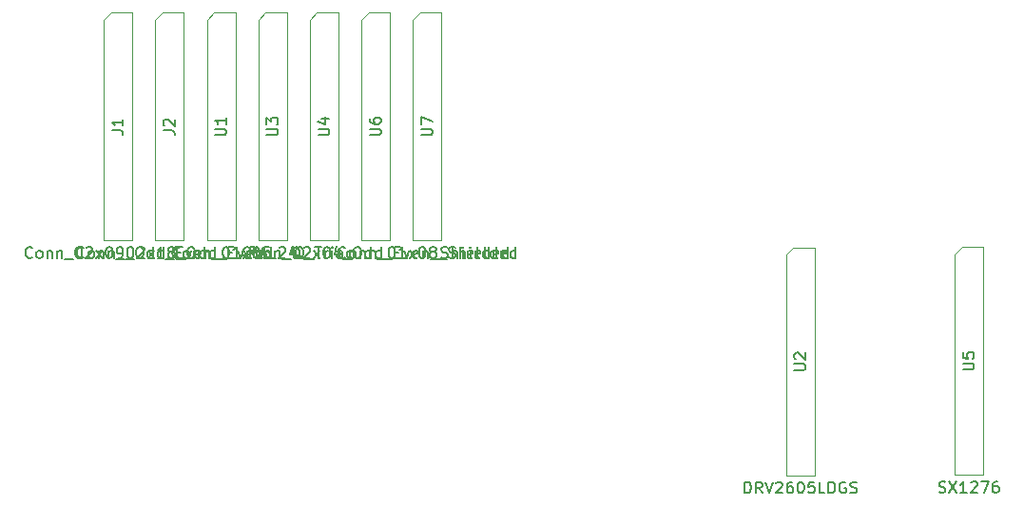
<source format=gbr>
%TF.GenerationSoftware,KiCad,Pcbnew,9.0.6*%
%TF.CreationDate,2025-12-05T22:13:44+01:00*%
%TF.ProjectId,Vikingboard,56696b69-6e67-4626-9f61-72642e6b6963,rev?*%
%TF.SameCoordinates,Original*%
%TF.FileFunction,AssemblyDrawing,Top*%
%FSLAX46Y46*%
G04 Gerber Fmt 4.6, Leading zero omitted, Abs format (unit mm)*
G04 Created by KiCad (PCBNEW 9.0.6) date 2025-12-05 22:13:44*
%MOMM*%
%LPD*%
G01*
G04 APERTURE LIST*
%ADD10C,0.150000*%
%ADD11C,0.100000*%
G04 APERTURE END LIST*
D10*
X106023809Y-111414819D02*
X106023809Y-110414819D01*
X106023809Y-110414819D02*
X106261904Y-110414819D01*
X106261904Y-110414819D02*
X106404761Y-110462438D01*
X106404761Y-110462438D02*
X106499999Y-110557676D01*
X106499999Y-110557676D02*
X106547618Y-110652914D01*
X106547618Y-110652914D02*
X106595237Y-110843390D01*
X106595237Y-110843390D02*
X106595237Y-110986247D01*
X106595237Y-110986247D02*
X106547618Y-111176723D01*
X106547618Y-111176723D02*
X106499999Y-111271961D01*
X106499999Y-111271961D02*
X106404761Y-111367200D01*
X106404761Y-111367200D02*
X106261904Y-111414819D01*
X106261904Y-111414819D02*
X106023809Y-111414819D01*
X107595237Y-111414819D02*
X107261904Y-110938628D01*
X107023809Y-111414819D02*
X107023809Y-110414819D01*
X107023809Y-110414819D02*
X107404761Y-110414819D01*
X107404761Y-110414819D02*
X107499999Y-110462438D01*
X107499999Y-110462438D02*
X107547618Y-110510057D01*
X107547618Y-110510057D02*
X107595237Y-110605295D01*
X107595237Y-110605295D02*
X107595237Y-110748152D01*
X107595237Y-110748152D02*
X107547618Y-110843390D01*
X107547618Y-110843390D02*
X107499999Y-110891009D01*
X107499999Y-110891009D02*
X107404761Y-110938628D01*
X107404761Y-110938628D02*
X107023809Y-110938628D01*
X107880952Y-110414819D02*
X108214285Y-111414819D01*
X108214285Y-111414819D02*
X108547618Y-110414819D01*
X108833333Y-110510057D02*
X108880952Y-110462438D01*
X108880952Y-110462438D02*
X108976190Y-110414819D01*
X108976190Y-110414819D02*
X109214285Y-110414819D01*
X109214285Y-110414819D02*
X109309523Y-110462438D01*
X109309523Y-110462438D02*
X109357142Y-110510057D01*
X109357142Y-110510057D02*
X109404761Y-110605295D01*
X109404761Y-110605295D02*
X109404761Y-110700533D01*
X109404761Y-110700533D02*
X109357142Y-110843390D01*
X109357142Y-110843390D02*
X108785714Y-111414819D01*
X108785714Y-111414819D02*
X109404761Y-111414819D01*
X110261904Y-110414819D02*
X110071428Y-110414819D01*
X110071428Y-110414819D02*
X109976190Y-110462438D01*
X109976190Y-110462438D02*
X109928571Y-110510057D01*
X109928571Y-110510057D02*
X109833333Y-110652914D01*
X109833333Y-110652914D02*
X109785714Y-110843390D01*
X109785714Y-110843390D02*
X109785714Y-111224342D01*
X109785714Y-111224342D02*
X109833333Y-111319580D01*
X109833333Y-111319580D02*
X109880952Y-111367200D01*
X109880952Y-111367200D02*
X109976190Y-111414819D01*
X109976190Y-111414819D02*
X110166666Y-111414819D01*
X110166666Y-111414819D02*
X110261904Y-111367200D01*
X110261904Y-111367200D02*
X110309523Y-111319580D01*
X110309523Y-111319580D02*
X110357142Y-111224342D01*
X110357142Y-111224342D02*
X110357142Y-110986247D01*
X110357142Y-110986247D02*
X110309523Y-110891009D01*
X110309523Y-110891009D02*
X110261904Y-110843390D01*
X110261904Y-110843390D02*
X110166666Y-110795771D01*
X110166666Y-110795771D02*
X109976190Y-110795771D01*
X109976190Y-110795771D02*
X109880952Y-110843390D01*
X109880952Y-110843390D02*
X109833333Y-110891009D01*
X109833333Y-110891009D02*
X109785714Y-110986247D01*
X110976190Y-110414819D02*
X111071428Y-110414819D01*
X111071428Y-110414819D02*
X111166666Y-110462438D01*
X111166666Y-110462438D02*
X111214285Y-110510057D01*
X111214285Y-110510057D02*
X111261904Y-110605295D01*
X111261904Y-110605295D02*
X111309523Y-110795771D01*
X111309523Y-110795771D02*
X111309523Y-111033866D01*
X111309523Y-111033866D02*
X111261904Y-111224342D01*
X111261904Y-111224342D02*
X111214285Y-111319580D01*
X111214285Y-111319580D02*
X111166666Y-111367200D01*
X111166666Y-111367200D02*
X111071428Y-111414819D01*
X111071428Y-111414819D02*
X110976190Y-111414819D01*
X110976190Y-111414819D02*
X110880952Y-111367200D01*
X110880952Y-111367200D02*
X110833333Y-111319580D01*
X110833333Y-111319580D02*
X110785714Y-111224342D01*
X110785714Y-111224342D02*
X110738095Y-111033866D01*
X110738095Y-111033866D02*
X110738095Y-110795771D01*
X110738095Y-110795771D02*
X110785714Y-110605295D01*
X110785714Y-110605295D02*
X110833333Y-110510057D01*
X110833333Y-110510057D02*
X110880952Y-110462438D01*
X110880952Y-110462438D02*
X110976190Y-110414819D01*
X112214285Y-110414819D02*
X111738095Y-110414819D01*
X111738095Y-110414819D02*
X111690476Y-110891009D01*
X111690476Y-110891009D02*
X111738095Y-110843390D01*
X111738095Y-110843390D02*
X111833333Y-110795771D01*
X111833333Y-110795771D02*
X112071428Y-110795771D01*
X112071428Y-110795771D02*
X112166666Y-110843390D01*
X112166666Y-110843390D02*
X112214285Y-110891009D01*
X112214285Y-110891009D02*
X112261904Y-110986247D01*
X112261904Y-110986247D02*
X112261904Y-111224342D01*
X112261904Y-111224342D02*
X112214285Y-111319580D01*
X112214285Y-111319580D02*
X112166666Y-111367200D01*
X112166666Y-111367200D02*
X112071428Y-111414819D01*
X112071428Y-111414819D02*
X111833333Y-111414819D01*
X111833333Y-111414819D02*
X111738095Y-111367200D01*
X111738095Y-111367200D02*
X111690476Y-111319580D01*
X113166666Y-111414819D02*
X112690476Y-111414819D01*
X112690476Y-111414819D02*
X112690476Y-110414819D01*
X113500000Y-111414819D02*
X113500000Y-110414819D01*
X113500000Y-110414819D02*
X113738095Y-110414819D01*
X113738095Y-110414819D02*
X113880952Y-110462438D01*
X113880952Y-110462438D02*
X113976190Y-110557676D01*
X113976190Y-110557676D02*
X114023809Y-110652914D01*
X114023809Y-110652914D02*
X114071428Y-110843390D01*
X114071428Y-110843390D02*
X114071428Y-110986247D01*
X114071428Y-110986247D02*
X114023809Y-111176723D01*
X114023809Y-111176723D02*
X113976190Y-111271961D01*
X113976190Y-111271961D02*
X113880952Y-111367200D01*
X113880952Y-111367200D02*
X113738095Y-111414819D01*
X113738095Y-111414819D02*
X113500000Y-111414819D01*
X115023809Y-110462438D02*
X114928571Y-110414819D01*
X114928571Y-110414819D02*
X114785714Y-110414819D01*
X114785714Y-110414819D02*
X114642857Y-110462438D01*
X114642857Y-110462438D02*
X114547619Y-110557676D01*
X114547619Y-110557676D02*
X114500000Y-110652914D01*
X114500000Y-110652914D02*
X114452381Y-110843390D01*
X114452381Y-110843390D02*
X114452381Y-110986247D01*
X114452381Y-110986247D02*
X114500000Y-111176723D01*
X114500000Y-111176723D02*
X114547619Y-111271961D01*
X114547619Y-111271961D02*
X114642857Y-111367200D01*
X114642857Y-111367200D02*
X114785714Y-111414819D01*
X114785714Y-111414819D02*
X114880952Y-111414819D01*
X114880952Y-111414819D02*
X115023809Y-111367200D01*
X115023809Y-111367200D02*
X115071428Y-111319580D01*
X115071428Y-111319580D02*
X115071428Y-110986247D01*
X115071428Y-110986247D02*
X114880952Y-110986247D01*
X115452381Y-111367200D02*
X115595238Y-111414819D01*
X115595238Y-111414819D02*
X115833333Y-111414819D01*
X115833333Y-111414819D02*
X115928571Y-111367200D01*
X115928571Y-111367200D02*
X115976190Y-111319580D01*
X115976190Y-111319580D02*
X116023809Y-111224342D01*
X116023809Y-111224342D02*
X116023809Y-111129104D01*
X116023809Y-111129104D02*
X115976190Y-111033866D01*
X115976190Y-111033866D02*
X115928571Y-110986247D01*
X115928571Y-110986247D02*
X115833333Y-110938628D01*
X115833333Y-110938628D02*
X115642857Y-110891009D01*
X115642857Y-110891009D02*
X115547619Y-110843390D01*
X115547619Y-110843390D02*
X115500000Y-110795771D01*
X115500000Y-110795771D02*
X115452381Y-110700533D01*
X115452381Y-110700533D02*
X115452381Y-110605295D01*
X115452381Y-110605295D02*
X115500000Y-110510057D01*
X115500000Y-110510057D02*
X115547619Y-110462438D01*
X115547619Y-110462438D02*
X115642857Y-110414819D01*
X115642857Y-110414819D02*
X115880952Y-110414819D01*
X115880952Y-110414819D02*
X116023809Y-110462438D01*
X110454819Y-100451904D02*
X111264342Y-100451904D01*
X111264342Y-100451904D02*
X111359580Y-100404285D01*
X111359580Y-100404285D02*
X111407200Y-100356666D01*
X111407200Y-100356666D02*
X111454819Y-100261428D01*
X111454819Y-100261428D02*
X111454819Y-100070952D01*
X111454819Y-100070952D02*
X111407200Y-99975714D01*
X111407200Y-99975714D02*
X111359580Y-99928095D01*
X111359580Y-99928095D02*
X111264342Y-99880476D01*
X111264342Y-99880476D02*
X110454819Y-99880476D01*
X110550057Y-99451904D02*
X110502438Y-99404285D01*
X110502438Y-99404285D02*
X110454819Y-99309047D01*
X110454819Y-99309047D02*
X110454819Y-99070952D01*
X110454819Y-99070952D02*
X110502438Y-98975714D01*
X110502438Y-98975714D02*
X110550057Y-98928095D01*
X110550057Y-98928095D02*
X110645295Y-98880476D01*
X110645295Y-98880476D02*
X110740533Y-98880476D01*
X110740533Y-98880476D02*
X110883390Y-98928095D01*
X110883390Y-98928095D02*
X111454819Y-99499523D01*
X111454819Y-99499523D02*
X111454819Y-98880476D01*
X55671904Y-90359580D02*
X55624285Y-90407200D01*
X55624285Y-90407200D02*
X55481428Y-90454819D01*
X55481428Y-90454819D02*
X55386190Y-90454819D01*
X55386190Y-90454819D02*
X55243333Y-90407200D01*
X55243333Y-90407200D02*
X55148095Y-90311961D01*
X55148095Y-90311961D02*
X55100476Y-90216723D01*
X55100476Y-90216723D02*
X55052857Y-90026247D01*
X55052857Y-90026247D02*
X55052857Y-89883390D01*
X55052857Y-89883390D02*
X55100476Y-89692914D01*
X55100476Y-89692914D02*
X55148095Y-89597676D01*
X55148095Y-89597676D02*
X55243333Y-89502438D01*
X55243333Y-89502438D02*
X55386190Y-89454819D01*
X55386190Y-89454819D02*
X55481428Y-89454819D01*
X55481428Y-89454819D02*
X55624285Y-89502438D01*
X55624285Y-89502438D02*
X55671904Y-89550057D01*
X56243333Y-90454819D02*
X56148095Y-90407200D01*
X56148095Y-90407200D02*
X56100476Y-90359580D01*
X56100476Y-90359580D02*
X56052857Y-90264342D01*
X56052857Y-90264342D02*
X56052857Y-89978628D01*
X56052857Y-89978628D02*
X56100476Y-89883390D01*
X56100476Y-89883390D02*
X56148095Y-89835771D01*
X56148095Y-89835771D02*
X56243333Y-89788152D01*
X56243333Y-89788152D02*
X56386190Y-89788152D01*
X56386190Y-89788152D02*
X56481428Y-89835771D01*
X56481428Y-89835771D02*
X56529047Y-89883390D01*
X56529047Y-89883390D02*
X56576666Y-89978628D01*
X56576666Y-89978628D02*
X56576666Y-90264342D01*
X56576666Y-90264342D02*
X56529047Y-90359580D01*
X56529047Y-90359580D02*
X56481428Y-90407200D01*
X56481428Y-90407200D02*
X56386190Y-90454819D01*
X56386190Y-90454819D02*
X56243333Y-90454819D01*
X57005238Y-89788152D02*
X57005238Y-90454819D01*
X57005238Y-89883390D02*
X57052857Y-89835771D01*
X57052857Y-89835771D02*
X57148095Y-89788152D01*
X57148095Y-89788152D02*
X57290952Y-89788152D01*
X57290952Y-89788152D02*
X57386190Y-89835771D01*
X57386190Y-89835771D02*
X57433809Y-89931009D01*
X57433809Y-89931009D02*
X57433809Y-90454819D01*
X57910000Y-89788152D02*
X57910000Y-90454819D01*
X57910000Y-89883390D02*
X57957619Y-89835771D01*
X57957619Y-89835771D02*
X58052857Y-89788152D01*
X58052857Y-89788152D02*
X58195714Y-89788152D01*
X58195714Y-89788152D02*
X58290952Y-89835771D01*
X58290952Y-89835771D02*
X58338571Y-89931009D01*
X58338571Y-89931009D02*
X58338571Y-90454819D01*
X58576667Y-90550057D02*
X59338571Y-90550057D01*
X59767143Y-89454819D02*
X59862381Y-89454819D01*
X59862381Y-89454819D02*
X59957619Y-89502438D01*
X59957619Y-89502438D02*
X60005238Y-89550057D01*
X60005238Y-89550057D02*
X60052857Y-89645295D01*
X60052857Y-89645295D02*
X60100476Y-89835771D01*
X60100476Y-89835771D02*
X60100476Y-90073866D01*
X60100476Y-90073866D02*
X60052857Y-90264342D01*
X60052857Y-90264342D02*
X60005238Y-90359580D01*
X60005238Y-90359580D02*
X59957619Y-90407200D01*
X59957619Y-90407200D02*
X59862381Y-90454819D01*
X59862381Y-90454819D02*
X59767143Y-90454819D01*
X59767143Y-90454819D02*
X59671905Y-90407200D01*
X59671905Y-90407200D02*
X59624286Y-90359580D01*
X59624286Y-90359580D02*
X59576667Y-90264342D01*
X59576667Y-90264342D02*
X59529048Y-90073866D01*
X59529048Y-90073866D02*
X59529048Y-89835771D01*
X59529048Y-89835771D02*
X59576667Y-89645295D01*
X59576667Y-89645295D02*
X59624286Y-89550057D01*
X59624286Y-89550057D02*
X59671905Y-89502438D01*
X59671905Y-89502438D02*
X59767143Y-89454819D01*
X61052857Y-90454819D02*
X60481429Y-90454819D01*
X60767143Y-90454819D02*
X60767143Y-89454819D01*
X60767143Y-89454819D02*
X60671905Y-89597676D01*
X60671905Y-89597676D02*
X60576667Y-89692914D01*
X60576667Y-89692914D02*
X60481429Y-89740533D01*
X61386191Y-90454819D02*
X61910000Y-89788152D01*
X61386191Y-89788152D02*
X61910000Y-90454819D01*
X62481429Y-89454819D02*
X62576667Y-89454819D01*
X62576667Y-89454819D02*
X62671905Y-89502438D01*
X62671905Y-89502438D02*
X62719524Y-89550057D01*
X62719524Y-89550057D02*
X62767143Y-89645295D01*
X62767143Y-89645295D02*
X62814762Y-89835771D01*
X62814762Y-89835771D02*
X62814762Y-90073866D01*
X62814762Y-90073866D02*
X62767143Y-90264342D01*
X62767143Y-90264342D02*
X62719524Y-90359580D01*
X62719524Y-90359580D02*
X62671905Y-90407200D01*
X62671905Y-90407200D02*
X62576667Y-90454819D01*
X62576667Y-90454819D02*
X62481429Y-90454819D01*
X62481429Y-90454819D02*
X62386191Y-90407200D01*
X62386191Y-90407200D02*
X62338572Y-90359580D01*
X62338572Y-90359580D02*
X62290953Y-90264342D01*
X62290953Y-90264342D02*
X62243334Y-90073866D01*
X62243334Y-90073866D02*
X62243334Y-89835771D01*
X62243334Y-89835771D02*
X62290953Y-89645295D01*
X62290953Y-89645295D02*
X62338572Y-89550057D01*
X62338572Y-89550057D02*
X62386191Y-89502438D01*
X62386191Y-89502438D02*
X62481429Y-89454819D01*
X63719524Y-89454819D02*
X63243334Y-89454819D01*
X63243334Y-89454819D02*
X63195715Y-89931009D01*
X63195715Y-89931009D02*
X63243334Y-89883390D01*
X63243334Y-89883390D02*
X63338572Y-89835771D01*
X63338572Y-89835771D02*
X63576667Y-89835771D01*
X63576667Y-89835771D02*
X63671905Y-89883390D01*
X63671905Y-89883390D02*
X63719524Y-89931009D01*
X63719524Y-89931009D02*
X63767143Y-90026247D01*
X63767143Y-90026247D02*
X63767143Y-90264342D01*
X63767143Y-90264342D02*
X63719524Y-90359580D01*
X63719524Y-90359580D02*
X63671905Y-90407200D01*
X63671905Y-90407200D02*
X63576667Y-90454819D01*
X63576667Y-90454819D02*
X63338572Y-90454819D01*
X63338572Y-90454819D02*
X63243334Y-90407200D01*
X63243334Y-90407200D02*
X63195715Y-90359580D01*
X58864819Y-79491904D02*
X59674342Y-79491904D01*
X59674342Y-79491904D02*
X59769580Y-79444285D01*
X59769580Y-79444285D02*
X59817200Y-79396666D01*
X59817200Y-79396666D02*
X59864819Y-79301428D01*
X59864819Y-79301428D02*
X59864819Y-79110952D01*
X59864819Y-79110952D02*
X59817200Y-79015714D01*
X59817200Y-79015714D02*
X59769580Y-78968095D01*
X59769580Y-78968095D02*
X59674342Y-78920476D01*
X59674342Y-78920476D02*
X58864819Y-78920476D01*
X59864819Y-77920476D02*
X59864819Y-78491904D01*
X59864819Y-78206190D02*
X58864819Y-78206190D01*
X58864819Y-78206190D02*
X59007676Y-78301428D01*
X59007676Y-78301428D02*
X59102914Y-78396666D01*
X59102914Y-78396666D02*
X59150533Y-78491904D01*
X70460475Y-90359580D02*
X70412856Y-90407200D01*
X70412856Y-90407200D02*
X70269999Y-90454819D01*
X70269999Y-90454819D02*
X70174761Y-90454819D01*
X70174761Y-90454819D02*
X70031904Y-90407200D01*
X70031904Y-90407200D02*
X69936666Y-90311961D01*
X69936666Y-90311961D02*
X69889047Y-90216723D01*
X69889047Y-90216723D02*
X69841428Y-90026247D01*
X69841428Y-90026247D02*
X69841428Y-89883390D01*
X69841428Y-89883390D02*
X69889047Y-89692914D01*
X69889047Y-89692914D02*
X69936666Y-89597676D01*
X69936666Y-89597676D02*
X70031904Y-89502438D01*
X70031904Y-89502438D02*
X70174761Y-89454819D01*
X70174761Y-89454819D02*
X70269999Y-89454819D01*
X70269999Y-89454819D02*
X70412856Y-89502438D01*
X70412856Y-89502438D02*
X70460475Y-89550057D01*
X71031904Y-90454819D02*
X70936666Y-90407200D01*
X70936666Y-90407200D02*
X70889047Y-90359580D01*
X70889047Y-90359580D02*
X70841428Y-90264342D01*
X70841428Y-90264342D02*
X70841428Y-89978628D01*
X70841428Y-89978628D02*
X70889047Y-89883390D01*
X70889047Y-89883390D02*
X70936666Y-89835771D01*
X70936666Y-89835771D02*
X71031904Y-89788152D01*
X71031904Y-89788152D02*
X71174761Y-89788152D01*
X71174761Y-89788152D02*
X71269999Y-89835771D01*
X71269999Y-89835771D02*
X71317618Y-89883390D01*
X71317618Y-89883390D02*
X71365237Y-89978628D01*
X71365237Y-89978628D02*
X71365237Y-90264342D01*
X71365237Y-90264342D02*
X71317618Y-90359580D01*
X71317618Y-90359580D02*
X71269999Y-90407200D01*
X71269999Y-90407200D02*
X71174761Y-90454819D01*
X71174761Y-90454819D02*
X71031904Y-90454819D01*
X71793809Y-89788152D02*
X71793809Y-90454819D01*
X71793809Y-89883390D02*
X71841428Y-89835771D01*
X71841428Y-89835771D02*
X71936666Y-89788152D01*
X71936666Y-89788152D02*
X72079523Y-89788152D01*
X72079523Y-89788152D02*
X72174761Y-89835771D01*
X72174761Y-89835771D02*
X72222380Y-89931009D01*
X72222380Y-89931009D02*
X72222380Y-90454819D01*
X72698571Y-89788152D02*
X72698571Y-90454819D01*
X72698571Y-89883390D02*
X72746190Y-89835771D01*
X72746190Y-89835771D02*
X72841428Y-89788152D01*
X72841428Y-89788152D02*
X72984285Y-89788152D01*
X72984285Y-89788152D02*
X73079523Y-89835771D01*
X73079523Y-89835771D02*
X73127142Y-89931009D01*
X73127142Y-89931009D02*
X73127142Y-90454819D01*
X73365238Y-90550057D02*
X74127142Y-90550057D01*
X74555714Y-89454819D02*
X74650952Y-89454819D01*
X74650952Y-89454819D02*
X74746190Y-89502438D01*
X74746190Y-89502438D02*
X74793809Y-89550057D01*
X74793809Y-89550057D02*
X74841428Y-89645295D01*
X74841428Y-89645295D02*
X74889047Y-89835771D01*
X74889047Y-89835771D02*
X74889047Y-90073866D01*
X74889047Y-90073866D02*
X74841428Y-90264342D01*
X74841428Y-90264342D02*
X74793809Y-90359580D01*
X74793809Y-90359580D02*
X74746190Y-90407200D01*
X74746190Y-90407200D02*
X74650952Y-90454819D01*
X74650952Y-90454819D02*
X74555714Y-90454819D01*
X74555714Y-90454819D02*
X74460476Y-90407200D01*
X74460476Y-90407200D02*
X74412857Y-90359580D01*
X74412857Y-90359580D02*
X74365238Y-90264342D01*
X74365238Y-90264342D02*
X74317619Y-90073866D01*
X74317619Y-90073866D02*
X74317619Y-89835771D01*
X74317619Y-89835771D02*
X74365238Y-89645295D01*
X74365238Y-89645295D02*
X74412857Y-89550057D01*
X74412857Y-89550057D02*
X74460476Y-89502438D01*
X74460476Y-89502438D02*
X74555714Y-89454819D01*
X75841428Y-90454819D02*
X75270000Y-90454819D01*
X75555714Y-90454819D02*
X75555714Y-89454819D01*
X75555714Y-89454819D02*
X75460476Y-89597676D01*
X75460476Y-89597676D02*
X75365238Y-89692914D01*
X75365238Y-89692914D02*
X75270000Y-89740533D01*
X76174762Y-90454819D02*
X76698571Y-89788152D01*
X76174762Y-89788152D02*
X76698571Y-90454819D01*
X77270000Y-89454819D02*
X77365238Y-89454819D01*
X77365238Y-89454819D02*
X77460476Y-89502438D01*
X77460476Y-89502438D02*
X77508095Y-89550057D01*
X77508095Y-89550057D02*
X77555714Y-89645295D01*
X77555714Y-89645295D02*
X77603333Y-89835771D01*
X77603333Y-89835771D02*
X77603333Y-90073866D01*
X77603333Y-90073866D02*
X77555714Y-90264342D01*
X77555714Y-90264342D02*
X77508095Y-90359580D01*
X77508095Y-90359580D02*
X77460476Y-90407200D01*
X77460476Y-90407200D02*
X77365238Y-90454819D01*
X77365238Y-90454819D02*
X77270000Y-90454819D01*
X77270000Y-90454819D02*
X77174762Y-90407200D01*
X77174762Y-90407200D02*
X77127143Y-90359580D01*
X77127143Y-90359580D02*
X77079524Y-90264342D01*
X77079524Y-90264342D02*
X77031905Y-90073866D01*
X77031905Y-90073866D02*
X77031905Y-89835771D01*
X77031905Y-89835771D02*
X77079524Y-89645295D01*
X77079524Y-89645295D02*
X77127143Y-89550057D01*
X77127143Y-89550057D02*
X77174762Y-89502438D01*
X77174762Y-89502438D02*
X77270000Y-89454819D01*
X78174762Y-89883390D02*
X78079524Y-89835771D01*
X78079524Y-89835771D02*
X78031905Y-89788152D01*
X78031905Y-89788152D02*
X77984286Y-89692914D01*
X77984286Y-89692914D02*
X77984286Y-89645295D01*
X77984286Y-89645295D02*
X78031905Y-89550057D01*
X78031905Y-89550057D02*
X78079524Y-89502438D01*
X78079524Y-89502438D02*
X78174762Y-89454819D01*
X78174762Y-89454819D02*
X78365238Y-89454819D01*
X78365238Y-89454819D02*
X78460476Y-89502438D01*
X78460476Y-89502438D02*
X78508095Y-89550057D01*
X78508095Y-89550057D02*
X78555714Y-89645295D01*
X78555714Y-89645295D02*
X78555714Y-89692914D01*
X78555714Y-89692914D02*
X78508095Y-89788152D01*
X78508095Y-89788152D02*
X78460476Y-89835771D01*
X78460476Y-89835771D02*
X78365238Y-89883390D01*
X78365238Y-89883390D02*
X78174762Y-89883390D01*
X78174762Y-89883390D02*
X78079524Y-89931009D01*
X78079524Y-89931009D02*
X78031905Y-89978628D01*
X78031905Y-89978628D02*
X77984286Y-90073866D01*
X77984286Y-90073866D02*
X77984286Y-90264342D01*
X77984286Y-90264342D02*
X78031905Y-90359580D01*
X78031905Y-90359580D02*
X78079524Y-90407200D01*
X78079524Y-90407200D02*
X78174762Y-90454819D01*
X78174762Y-90454819D02*
X78365238Y-90454819D01*
X78365238Y-90454819D02*
X78460476Y-90407200D01*
X78460476Y-90407200D02*
X78508095Y-90359580D01*
X78508095Y-90359580D02*
X78555714Y-90264342D01*
X78555714Y-90264342D02*
X78555714Y-90073866D01*
X78555714Y-90073866D02*
X78508095Y-89978628D01*
X78508095Y-89978628D02*
X78460476Y-89931009D01*
X78460476Y-89931009D02*
X78365238Y-89883390D01*
X78746191Y-90550057D02*
X79508095Y-90550057D01*
X79698572Y-90407200D02*
X79841429Y-90454819D01*
X79841429Y-90454819D02*
X80079524Y-90454819D01*
X80079524Y-90454819D02*
X80174762Y-90407200D01*
X80174762Y-90407200D02*
X80222381Y-90359580D01*
X80222381Y-90359580D02*
X80270000Y-90264342D01*
X80270000Y-90264342D02*
X80270000Y-90169104D01*
X80270000Y-90169104D02*
X80222381Y-90073866D01*
X80222381Y-90073866D02*
X80174762Y-90026247D01*
X80174762Y-90026247D02*
X80079524Y-89978628D01*
X80079524Y-89978628D02*
X79889048Y-89931009D01*
X79889048Y-89931009D02*
X79793810Y-89883390D01*
X79793810Y-89883390D02*
X79746191Y-89835771D01*
X79746191Y-89835771D02*
X79698572Y-89740533D01*
X79698572Y-89740533D02*
X79698572Y-89645295D01*
X79698572Y-89645295D02*
X79746191Y-89550057D01*
X79746191Y-89550057D02*
X79793810Y-89502438D01*
X79793810Y-89502438D02*
X79889048Y-89454819D01*
X79889048Y-89454819D02*
X80127143Y-89454819D01*
X80127143Y-89454819D02*
X80270000Y-89502438D01*
X80698572Y-90454819D02*
X80698572Y-89454819D01*
X81127143Y-90454819D02*
X81127143Y-89931009D01*
X81127143Y-89931009D02*
X81079524Y-89835771D01*
X81079524Y-89835771D02*
X80984286Y-89788152D01*
X80984286Y-89788152D02*
X80841429Y-89788152D01*
X80841429Y-89788152D02*
X80746191Y-89835771D01*
X80746191Y-89835771D02*
X80698572Y-89883390D01*
X81603334Y-90454819D02*
X81603334Y-89788152D01*
X81603334Y-89454819D02*
X81555715Y-89502438D01*
X81555715Y-89502438D02*
X81603334Y-89550057D01*
X81603334Y-89550057D02*
X81650953Y-89502438D01*
X81650953Y-89502438D02*
X81603334Y-89454819D01*
X81603334Y-89454819D02*
X81603334Y-89550057D01*
X82460476Y-90407200D02*
X82365238Y-90454819D01*
X82365238Y-90454819D02*
X82174762Y-90454819D01*
X82174762Y-90454819D02*
X82079524Y-90407200D01*
X82079524Y-90407200D02*
X82031905Y-90311961D01*
X82031905Y-90311961D02*
X82031905Y-89931009D01*
X82031905Y-89931009D02*
X82079524Y-89835771D01*
X82079524Y-89835771D02*
X82174762Y-89788152D01*
X82174762Y-89788152D02*
X82365238Y-89788152D01*
X82365238Y-89788152D02*
X82460476Y-89835771D01*
X82460476Y-89835771D02*
X82508095Y-89931009D01*
X82508095Y-89931009D02*
X82508095Y-90026247D01*
X82508095Y-90026247D02*
X82031905Y-90121485D01*
X83079524Y-90454819D02*
X82984286Y-90407200D01*
X82984286Y-90407200D02*
X82936667Y-90311961D01*
X82936667Y-90311961D02*
X82936667Y-89454819D01*
X83889048Y-90454819D02*
X83889048Y-89454819D01*
X83889048Y-90407200D02*
X83793810Y-90454819D01*
X83793810Y-90454819D02*
X83603334Y-90454819D01*
X83603334Y-90454819D02*
X83508096Y-90407200D01*
X83508096Y-90407200D02*
X83460477Y-90359580D01*
X83460477Y-90359580D02*
X83412858Y-90264342D01*
X83412858Y-90264342D02*
X83412858Y-89978628D01*
X83412858Y-89978628D02*
X83460477Y-89883390D01*
X83460477Y-89883390D02*
X83508096Y-89835771D01*
X83508096Y-89835771D02*
X83603334Y-89788152D01*
X83603334Y-89788152D02*
X83793810Y-89788152D01*
X83793810Y-89788152D02*
X83889048Y-89835771D01*
X84746191Y-90407200D02*
X84650953Y-90454819D01*
X84650953Y-90454819D02*
X84460477Y-90454819D01*
X84460477Y-90454819D02*
X84365239Y-90407200D01*
X84365239Y-90407200D02*
X84317620Y-90311961D01*
X84317620Y-90311961D02*
X84317620Y-89931009D01*
X84317620Y-89931009D02*
X84365239Y-89835771D01*
X84365239Y-89835771D02*
X84460477Y-89788152D01*
X84460477Y-89788152D02*
X84650953Y-89788152D01*
X84650953Y-89788152D02*
X84746191Y-89835771D01*
X84746191Y-89835771D02*
X84793810Y-89931009D01*
X84793810Y-89931009D02*
X84793810Y-90026247D01*
X84793810Y-90026247D02*
X84317620Y-90121485D01*
X85650953Y-90454819D02*
X85650953Y-89454819D01*
X85650953Y-90407200D02*
X85555715Y-90454819D01*
X85555715Y-90454819D02*
X85365239Y-90454819D01*
X85365239Y-90454819D02*
X85270001Y-90407200D01*
X85270001Y-90407200D02*
X85222382Y-90359580D01*
X85222382Y-90359580D02*
X85174763Y-90264342D01*
X85174763Y-90264342D02*
X85174763Y-89978628D01*
X85174763Y-89978628D02*
X85222382Y-89883390D01*
X85222382Y-89883390D02*
X85270001Y-89835771D01*
X85270001Y-89835771D02*
X85365239Y-89788152D01*
X85365239Y-89788152D02*
X85555715Y-89788152D01*
X85555715Y-89788152D02*
X85650953Y-89835771D01*
X77224819Y-79491904D02*
X78034342Y-79491904D01*
X78034342Y-79491904D02*
X78129580Y-79444285D01*
X78129580Y-79444285D02*
X78177200Y-79396666D01*
X78177200Y-79396666D02*
X78224819Y-79301428D01*
X78224819Y-79301428D02*
X78224819Y-79110952D01*
X78224819Y-79110952D02*
X78177200Y-79015714D01*
X78177200Y-79015714D02*
X78129580Y-78968095D01*
X78129580Y-78968095D02*
X78034342Y-78920476D01*
X78034342Y-78920476D02*
X77224819Y-78920476D01*
X77224819Y-78539523D02*
X77224819Y-77872857D01*
X77224819Y-77872857D02*
X78224819Y-78301428D01*
X61952381Y-90454819D02*
X61952381Y-89454819D01*
X61952381Y-89454819D02*
X62333333Y-89454819D01*
X62333333Y-89454819D02*
X62428571Y-89502438D01*
X62428571Y-89502438D02*
X62476190Y-89550057D01*
X62476190Y-89550057D02*
X62523809Y-89645295D01*
X62523809Y-89645295D02*
X62523809Y-89788152D01*
X62523809Y-89788152D02*
X62476190Y-89883390D01*
X62476190Y-89883390D02*
X62428571Y-89931009D01*
X62428571Y-89931009D02*
X62333333Y-89978628D01*
X62333333Y-89978628D02*
X61952381Y-89978628D01*
X62904762Y-90169104D02*
X63380952Y-90169104D01*
X62809524Y-90454819D02*
X63142857Y-89454819D01*
X63142857Y-89454819D02*
X63476190Y-90454819D01*
X64285714Y-90454819D02*
X63809524Y-90454819D01*
X63809524Y-90454819D02*
X63809524Y-89454819D01*
X64571429Y-89550057D02*
X64619048Y-89502438D01*
X64619048Y-89502438D02*
X64714286Y-89454819D01*
X64714286Y-89454819D02*
X64952381Y-89454819D01*
X64952381Y-89454819D02*
X65047619Y-89502438D01*
X65047619Y-89502438D02*
X65095238Y-89550057D01*
X65095238Y-89550057D02*
X65142857Y-89645295D01*
X65142857Y-89645295D02*
X65142857Y-89740533D01*
X65142857Y-89740533D02*
X65095238Y-89883390D01*
X65095238Y-89883390D02*
X64523810Y-90454819D01*
X64523810Y-90454819D02*
X65142857Y-90454819D01*
X66000000Y-89788152D02*
X66000000Y-90454819D01*
X65761905Y-89407200D02*
X65523810Y-90121485D01*
X65523810Y-90121485D02*
X66142857Y-90121485D01*
X63454819Y-79491904D02*
X64264342Y-79491904D01*
X64264342Y-79491904D02*
X64359580Y-79444285D01*
X64359580Y-79444285D02*
X64407200Y-79396666D01*
X64407200Y-79396666D02*
X64454819Y-79301428D01*
X64454819Y-79301428D02*
X64454819Y-79110952D01*
X64454819Y-79110952D02*
X64407200Y-79015714D01*
X64407200Y-79015714D02*
X64359580Y-78968095D01*
X64359580Y-78968095D02*
X64264342Y-78920476D01*
X64264342Y-78920476D02*
X63454819Y-78920476D01*
X63454819Y-78539523D02*
X63454819Y-77920476D01*
X63454819Y-77920476D02*
X63835771Y-78253809D01*
X63835771Y-78253809D02*
X63835771Y-78110952D01*
X63835771Y-78110952D02*
X63883390Y-78015714D01*
X63883390Y-78015714D02*
X63931009Y-77968095D01*
X63931009Y-77968095D02*
X64026247Y-77920476D01*
X64026247Y-77920476D02*
X64264342Y-77920476D01*
X64264342Y-77920476D02*
X64359580Y-77968095D01*
X64359580Y-77968095D02*
X64407200Y-78015714D01*
X64407200Y-78015714D02*
X64454819Y-78110952D01*
X64454819Y-78110952D02*
X64454819Y-78396666D01*
X64454819Y-78396666D02*
X64407200Y-78491904D01*
X64407200Y-78491904D02*
X64359580Y-78539523D01*
X61965712Y-90359580D02*
X61918093Y-90407200D01*
X61918093Y-90407200D02*
X61775236Y-90454819D01*
X61775236Y-90454819D02*
X61679998Y-90454819D01*
X61679998Y-90454819D02*
X61537141Y-90407200D01*
X61537141Y-90407200D02*
X61441903Y-90311961D01*
X61441903Y-90311961D02*
X61394284Y-90216723D01*
X61394284Y-90216723D02*
X61346665Y-90026247D01*
X61346665Y-90026247D02*
X61346665Y-89883390D01*
X61346665Y-89883390D02*
X61394284Y-89692914D01*
X61394284Y-89692914D02*
X61441903Y-89597676D01*
X61441903Y-89597676D02*
X61537141Y-89502438D01*
X61537141Y-89502438D02*
X61679998Y-89454819D01*
X61679998Y-89454819D02*
X61775236Y-89454819D01*
X61775236Y-89454819D02*
X61918093Y-89502438D01*
X61918093Y-89502438D02*
X61965712Y-89550057D01*
X62537141Y-90454819D02*
X62441903Y-90407200D01*
X62441903Y-90407200D02*
X62394284Y-90359580D01*
X62394284Y-90359580D02*
X62346665Y-90264342D01*
X62346665Y-90264342D02*
X62346665Y-89978628D01*
X62346665Y-89978628D02*
X62394284Y-89883390D01*
X62394284Y-89883390D02*
X62441903Y-89835771D01*
X62441903Y-89835771D02*
X62537141Y-89788152D01*
X62537141Y-89788152D02*
X62679998Y-89788152D01*
X62679998Y-89788152D02*
X62775236Y-89835771D01*
X62775236Y-89835771D02*
X62822855Y-89883390D01*
X62822855Y-89883390D02*
X62870474Y-89978628D01*
X62870474Y-89978628D02*
X62870474Y-90264342D01*
X62870474Y-90264342D02*
X62822855Y-90359580D01*
X62822855Y-90359580D02*
X62775236Y-90407200D01*
X62775236Y-90407200D02*
X62679998Y-90454819D01*
X62679998Y-90454819D02*
X62537141Y-90454819D01*
X63299046Y-89788152D02*
X63299046Y-90454819D01*
X63299046Y-89883390D02*
X63346665Y-89835771D01*
X63346665Y-89835771D02*
X63441903Y-89788152D01*
X63441903Y-89788152D02*
X63584760Y-89788152D01*
X63584760Y-89788152D02*
X63679998Y-89835771D01*
X63679998Y-89835771D02*
X63727617Y-89931009D01*
X63727617Y-89931009D02*
X63727617Y-90454819D01*
X64203808Y-89788152D02*
X64203808Y-90454819D01*
X64203808Y-89883390D02*
X64251427Y-89835771D01*
X64251427Y-89835771D02*
X64346665Y-89788152D01*
X64346665Y-89788152D02*
X64489522Y-89788152D01*
X64489522Y-89788152D02*
X64584760Y-89835771D01*
X64584760Y-89835771D02*
X64632379Y-89931009D01*
X64632379Y-89931009D02*
X64632379Y-90454819D01*
X64870475Y-90550057D02*
X65632379Y-90550057D01*
X66060951Y-89454819D02*
X66156189Y-89454819D01*
X66156189Y-89454819D02*
X66251427Y-89502438D01*
X66251427Y-89502438D02*
X66299046Y-89550057D01*
X66299046Y-89550057D02*
X66346665Y-89645295D01*
X66346665Y-89645295D02*
X66394284Y-89835771D01*
X66394284Y-89835771D02*
X66394284Y-90073866D01*
X66394284Y-90073866D02*
X66346665Y-90264342D01*
X66346665Y-90264342D02*
X66299046Y-90359580D01*
X66299046Y-90359580D02*
X66251427Y-90407200D01*
X66251427Y-90407200D02*
X66156189Y-90454819D01*
X66156189Y-90454819D02*
X66060951Y-90454819D01*
X66060951Y-90454819D02*
X65965713Y-90407200D01*
X65965713Y-90407200D02*
X65918094Y-90359580D01*
X65918094Y-90359580D02*
X65870475Y-90264342D01*
X65870475Y-90264342D02*
X65822856Y-90073866D01*
X65822856Y-90073866D02*
X65822856Y-89835771D01*
X65822856Y-89835771D02*
X65870475Y-89645295D01*
X65870475Y-89645295D02*
X65918094Y-89550057D01*
X65918094Y-89550057D02*
X65965713Y-89502438D01*
X65965713Y-89502438D02*
X66060951Y-89454819D01*
X66775237Y-89550057D02*
X66822856Y-89502438D01*
X66822856Y-89502438D02*
X66918094Y-89454819D01*
X66918094Y-89454819D02*
X67156189Y-89454819D01*
X67156189Y-89454819D02*
X67251427Y-89502438D01*
X67251427Y-89502438D02*
X67299046Y-89550057D01*
X67299046Y-89550057D02*
X67346665Y-89645295D01*
X67346665Y-89645295D02*
X67346665Y-89740533D01*
X67346665Y-89740533D02*
X67299046Y-89883390D01*
X67299046Y-89883390D02*
X66727618Y-90454819D01*
X66727618Y-90454819D02*
X67346665Y-90454819D01*
X67679999Y-90454819D02*
X68203808Y-89788152D01*
X67679999Y-89788152D02*
X68203808Y-90454819D01*
X68775237Y-89454819D02*
X68870475Y-89454819D01*
X68870475Y-89454819D02*
X68965713Y-89502438D01*
X68965713Y-89502438D02*
X69013332Y-89550057D01*
X69013332Y-89550057D02*
X69060951Y-89645295D01*
X69060951Y-89645295D02*
X69108570Y-89835771D01*
X69108570Y-89835771D02*
X69108570Y-90073866D01*
X69108570Y-90073866D02*
X69060951Y-90264342D01*
X69060951Y-90264342D02*
X69013332Y-90359580D01*
X69013332Y-90359580D02*
X68965713Y-90407200D01*
X68965713Y-90407200D02*
X68870475Y-90454819D01*
X68870475Y-90454819D02*
X68775237Y-90454819D01*
X68775237Y-90454819D02*
X68679999Y-90407200D01*
X68679999Y-90407200D02*
X68632380Y-90359580D01*
X68632380Y-90359580D02*
X68584761Y-90264342D01*
X68584761Y-90264342D02*
X68537142Y-90073866D01*
X68537142Y-90073866D02*
X68537142Y-89835771D01*
X68537142Y-89835771D02*
X68584761Y-89645295D01*
X68584761Y-89645295D02*
X68632380Y-89550057D01*
X68632380Y-89550057D02*
X68679999Y-89502438D01*
X68679999Y-89502438D02*
X68775237Y-89454819D01*
X69965713Y-89788152D02*
X69965713Y-90454819D01*
X69727618Y-89407200D02*
X69489523Y-90121485D01*
X69489523Y-90121485D02*
X70108570Y-90121485D01*
X70251428Y-90550057D02*
X71013332Y-90550057D01*
X71441904Y-89454819D02*
X71632380Y-89454819D01*
X71632380Y-89454819D02*
X71727618Y-89502438D01*
X71727618Y-89502438D02*
X71822856Y-89597676D01*
X71822856Y-89597676D02*
X71870475Y-89788152D01*
X71870475Y-89788152D02*
X71870475Y-90121485D01*
X71870475Y-90121485D02*
X71822856Y-90311961D01*
X71822856Y-90311961D02*
X71727618Y-90407200D01*
X71727618Y-90407200D02*
X71632380Y-90454819D01*
X71632380Y-90454819D02*
X71441904Y-90454819D01*
X71441904Y-90454819D02*
X71346666Y-90407200D01*
X71346666Y-90407200D02*
X71251428Y-90311961D01*
X71251428Y-90311961D02*
X71203809Y-90121485D01*
X71203809Y-90121485D02*
X71203809Y-89788152D01*
X71203809Y-89788152D02*
X71251428Y-89597676D01*
X71251428Y-89597676D02*
X71346666Y-89502438D01*
X71346666Y-89502438D02*
X71441904Y-89454819D01*
X72727618Y-90454819D02*
X72727618Y-89454819D01*
X72727618Y-90407200D02*
X72632380Y-90454819D01*
X72632380Y-90454819D02*
X72441904Y-90454819D01*
X72441904Y-90454819D02*
X72346666Y-90407200D01*
X72346666Y-90407200D02*
X72299047Y-90359580D01*
X72299047Y-90359580D02*
X72251428Y-90264342D01*
X72251428Y-90264342D02*
X72251428Y-89978628D01*
X72251428Y-89978628D02*
X72299047Y-89883390D01*
X72299047Y-89883390D02*
X72346666Y-89835771D01*
X72346666Y-89835771D02*
X72441904Y-89788152D01*
X72441904Y-89788152D02*
X72632380Y-89788152D01*
X72632380Y-89788152D02*
X72727618Y-89835771D01*
X73632380Y-90454819D02*
X73632380Y-89454819D01*
X73632380Y-90407200D02*
X73537142Y-90454819D01*
X73537142Y-90454819D02*
X73346666Y-90454819D01*
X73346666Y-90454819D02*
X73251428Y-90407200D01*
X73251428Y-90407200D02*
X73203809Y-90359580D01*
X73203809Y-90359580D02*
X73156190Y-90264342D01*
X73156190Y-90264342D02*
X73156190Y-89978628D01*
X73156190Y-89978628D02*
X73203809Y-89883390D01*
X73203809Y-89883390D02*
X73251428Y-89835771D01*
X73251428Y-89835771D02*
X73346666Y-89788152D01*
X73346666Y-89788152D02*
X73537142Y-89788152D01*
X73537142Y-89788152D02*
X73632380Y-89835771D01*
X73870476Y-90550057D02*
X74632380Y-90550057D01*
X74870476Y-89931009D02*
X75203809Y-89931009D01*
X75346666Y-90454819D02*
X74870476Y-90454819D01*
X74870476Y-90454819D02*
X74870476Y-89454819D01*
X74870476Y-89454819D02*
X75346666Y-89454819D01*
X75680000Y-89788152D02*
X75918095Y-90454819D01*
X75918095Y-90454819D02*
X76156190Y-89788152D01*
X76918095Y-90407200D02*
X76822857Y-90454819D01*
X76822857Y-90454819D02*
X76632381Y-90454819D01*
X76632381Y-90454819D02*
X76537143Y-90407200D01*
X76537143Y-90407200D02*
X76489524Y-90311961D01*
X76489524Y-90311961D02*
X76489524Y-89931009D01*
X76489524Y-89931009D02*
X76537143Y-89835771D01*
X76537143Y-89835771D02*
X76632381Y-89788152D01*
X76632381Y-89788152D02*
X76822857Y-89788152D01*
X76822857Y-89788152D02*
X76918095Y-89835771D01*
X76918095Y-89835771D02*
X76965714Y-89931009D01*
X76965714Y-89931009D02*
X76965714Y-90026247D01*
X76965714Y-90026247D02*
X76489524Y-90121485D01*
X77394286Y-89788152D02*
X77394286Y-90454819D01*
X77394286Y-89883390D02*
X77441905Y-89835771D01*
X77441905Y-89835771D02*
X77537143Y-89788152D01*
X77537143Y-89788152D02*
X77680000Y-89788152D01*
X77680000Y-89788152D02*
X77775238Y-89835771D01*
X77775238Y-89835771D02*
X77822857Y-89931009D01*
X77822857Y-89931009D02*
X77822857Y-90454819D01*
X78060953Y-90550057D02*
X78822857Y-90550057D01*
X79013334Y-90407200D02*
X79156191Y-90454819D01*
X79156191Y-90454819D02*
X79394286Y-90454819D01*
X79394286Y-90454819D02*
X79489524Y-90407200D01*
X79489524Y-90407200D02*
X79537143Y-90359580D01*
X79537143Y-90359580D02*
X79584762Y-90264342D01*
X79584762Y-90264342D02*
X79584762Y-90169104D01*
X79584762Y-90169104D02*
X79537143Y-90073866D01*
X79537143Y-90073866D02*
X79489524Y-90026247D01*
X79489524Y-90026247D02*
X79394286Y-89978628D01*
X79394286Y-89978628D02*
X79203810Y-89931009D01*
X79203810Y-89931009D02*
X79108572Y-89883390D01*
X79108572Y-89883390D02*
X79060953Y-89835771D01*
X79060953Y-89835771D02*
X79013334Y-89740533D01*
X79013334Y-89740533D02*
X79013334Y-89645295D01*
X79013334Y-89645295D02*
X79060953Y-89550057D01*
X79060953Y-89550057D02*
X79108572Y-89502438D01*
X79108572Y-89502438D02*
X79203810Y-89454819D01*
X79203810Y-89454819D02*
X79441905Y-89454819D01*
X79441905Y-89454819D02*
X79584762Y-89502438D01*
X80013334Y-90454819D02*
X80013334Y-89454819D01*
X80441905Y-90454819D02*
X80441905Y-89931009D01*
X80441905Y-89931009D02*
X80394286Y-89835771D01*
X80394286Y-89835771D02*
X80299048Y-89788152D01*
X80299048Y-89788152D02*
X80156191Y-89788152D01*
X80156191Y-89788152D02*
X80060953Y-89835771D01*
X80060953Y-89835771D02*
X80013334Y-89883390D01*
X80918096Y-90454819D02*
X80918096Y-89788152D01*
X80918096Y-89454819D02*
X80870477Y-89502438D01*
X80870477Y-89502438D02*
X80918096Y-89550057D01*
X80918096Y-89550057D02*
X80965715Y-89502438D01*
X80965715Y-89502438D02*
X80918096Y-89454819D01*
X80918096Y-89454819D02*
X80918096Y-89550057D01*
X81775238Y-90407200D02*
X81680000Y-90454819D01*
X81680000Y-90454819D02*
X81489524Y-90454819D01*
X81489524Y-90454819D02*
X81394286Y-90407200D01*
X81394286Y-90407200D02*
X81346667Y-90311961D01*
X81346667Y-90311961D02*
X81346667Y-89931009D01*
X81346667Y-89931009D02*
X81394286Y-89835771D01*
X81394286Y-89835771D02*
X81489524Y-89788152D01*
X81489524Y-89788152D02*
X81680000Y-89788152D01*
X81680000Y-89788152D02*
X81775238Y-89835771D01*
X81775238Y-89835771D02*
X81822857Y-89931009D01*
X81822857Y-89931009D02*
X81822857Y-90026247D01*
X81822857Y-90026247D02*
X81346667Y-90121485D01*
X82394286Y-90454819D02*
X82299048Y-90407200D01*
X82299048Y-90407200D02*
X82251429Y-90311961D01*
X82251429Y-90311961D02*
X82251429Y-89454819D01*
X83203810Y-90454819D02*
X83203810Y-89454819D01*
X83203810Y-90407200D02*
X83108572Y-90454819D01*
X83108572Y-90454819D02*
X82918096Y-90454819D01*
X82918096Y-90454819D02*
X82822858Y-90407200D01*
X82822858Y-90407200D02*
X82775239Y-90359580D01*
X82775239Y-90359580D02*
X82727620Y-90264342D01*
X82727620Y-90264342D02*
X82727620Y-89978628D01*
X82727620Y-89978628D02*
X82775239Y-89883390D01*
X82775239Y-89883390D02*
X82822858Y-89835771D01*
X82822858Y-89835771D02*
X82918096Y-89788152D01*
X82918096Y-89788152D02*
X83108572Y-89788152D01*
X83108572Y-89788152D02*
X83203810Y-89835771D01*
X84060953Y-90407200D02*
X83965715Y-90454819D01*
X83965715Y-90454819D02*
X83775239Y-90454819D01*
X83775239Y-90454819D02*
X83680001Y-90407200D01*
X83680001Y-90407200D02*
X83632382Y-90311961D01*
X83632382Y-90311961D02*
X83632382Y-89931009D01*
X83632382Y-89931009D02*
X83680001Y-89835771D01*
X83680001Y-89835771D02*
X83775239Y-89788152D01*
X83775239Y-89788152D02*
X83965715Y-89788152D01*
X83965715Y-89788152D02*
X84060953Y-89835771D01*
X84060953Y-89835771D02*
X84108572Y-89931009D01*
X84108572Y-89931009D02*
X84108572Y-90026247D01*
X84108572Y-90026247D02*
X83632382Y-90121485D01*
X84965715Y-90454819D02*
X84965715Y-89454819D01*
X84965715Y-90407200D02*
X84870477Y-90454819D01*
X84870477Y-90454819D02*
X84680001Y-90454819D01*
X84680001Y-90454819D02*
X84584763Y-90407200D01*
X84584763Y-90407200D02*
X84537144Y-90359580D01*
X84537144Y-90359580D02*
X84489525Y-90264342D01*
X84489525Y-90264342D02*
X84489525Y-89978628D01*
X84489525Y-89978628D02*
X84537144Y-89883390D01*
X84537144Y-89883390D02*
X84584763Y-89835771D01*
X84584763Y-89835771D02*
X84680001Y-89788152D01*
X84680001Y-89788152D02*
X84870477Y-89788152D01*
X84870477Y-89788152D02*
X84965715Y-89835771D01*
X72634819Y-79491904D02*
X73444342Y-79491904D01*
X73444342Y-79491904D02*
X73539580Y-79444285D01*
X73539580Y-79444285D02*
X73587200Y-79396666D01*
X73587200Y-79396666D02*
X73634819Y-79301428D01*
X73634819Y-79301428D02*
X73634819Y-79110952D01*
X73634819Y-79110952D02*
X73587200Y-79015714D01*
X73587200Y-79015714D02*
X73539580Y-78968095D01*
X73539580Y-78968095D02*
X73444342Y-78920476D01*
X73444342Y-78920476D02*
X72634819Y-78920476D01*
X72634819Y-78015714D02*
X72634819Y-78206190D01*
X72634819Y-78206190D02*
X72682438Y-78301428D01*
X72682438Y-78301428D02*
X72730057Y-78349047D01*
X72730057Y-78349047D02*
X72872914Y-78444285D01*
X72872914Y-78444285D02*
X73063390Y-78491904D01*
X73063390Y-78491904D02*
X73444342Y-78491904D01*
X73444342Y-78491904D02*
X73539580Y-78444285D01*
X73539580Y-78444285D02*
X73587200Y-78396666D01*
X73587200Y-78396666D02*
X73634819Y-78301428D01*
X73634819Y-78301428D02*
X73634819Y-78110952D01*
X73634819Y-78110952D02*
X73587200Y-78015714D01*
X73587200Y-78015714D02*
X73539580Y-77968095D01*
X73539580Y-77968095D02*
X73444342Y-77920476D01*
X73444342Y-77920476D02*
X73206247Y-77920476D01*
X73206247Y-77920476D02*
X73111009Y-77968095D01*
X73111009Y-77968095D02*
X73063390Y-78015714D01*
X73063390Y-78015714D02*
X73015771Y-78110952D01*
X73015771Y-78110952D02*
X73015771Y-78301428D01*
X73015771Y-78301428D02*
X73063390Y-78396666D01*
X73063390Y-78396666D02*
X73111009Y-78444285D01*
X73111009Y-78444285D02*
X73206247Y-78491904D01*
X42587141Y-90359580D02*
X42539522Y-90407200D01*
X42539522Y-90407200D02*
X42396665Y-90454819D01*
X42396665Y-90454819D02*
X42301427Y-90454819D01*
X42301427Y-90454819D02*
X42158570Y-90407200D01*
X42158570Y-90407200D02*
X42063332Y-90311961D01*
X42063332Y-90311961D02*
X42015713Y-90216723D01*
X42015713Y-90216723D02*
X41968094Y-90026247D01*
X41968094Y-90026247D02*
X41968094Y-89883390D01*
X41968094Y-89883390D02*
X42015713Y-89692914D01*
X42015713Y-89692914D02*
X42063332Y-89597676D01*
X42063332Y-89597676D02*
X42158570Y-89502438D01*
X42158570Y-89502438D02*
X42301427Y-89454819D01*
X42301427Y-89454819D02*
X42396665Y-89454819D01*
X42396665Y-89454819D02*
X42539522Y-89502438D01*
X42539522Y-89502438D02*
X42587141Y-89550057D01*
X43158570Y-90454819D02*
X43063332Y-90407200D01*
X43063332Y-90407200D02*
X43015713Y-90359580D01*
X43015713Y-90359580D02*
X42968094Y-90264342D01*
X42968094Y-90264342D02*
X42968094Y-89978628D01*
X42968094Y-89978628D02*
X43015713Y-89883390D01*
X43015713Y-89883390D02*
X43063332Y-89835771D01*
X43063332Y-89835771D02*
X43158570Y-89788152D01*
X43158570Y-89788152D02*
X43301427Y-89788152D01*
X43301427Y-89788152D02*
X43396665Y-89835771D01*
X43396665Y-89835771D02*
X43444284Y-89883390D01*
X43444284Y-89883390D02*
X43491903Y-89978628D01*
X43491903Y-89978628D02*
X43491903Y-90264342D01*
X43491903Y-90264342D02*
X43444284Y-90359580D01*
X43444284Y-90359580D02*
X43396665Y-90407200D01*
X43396665Y-90407200D02*
X43301427Y-90454819D01*
X43301427Y-90454819D02*
X43158570Y-90454819D01*
X43920475Y-89788152D02*
X43920475Y-90454819D01*
X43920475Y-89883390D02*
X43968094Y-89835771D01*
X43968094Y-89835771D02*
X44063332Y-89788152D01*
X44063332Y-89788152D02*
X44206189Y-89788152D01*
X44206189Y-89788152D02*
X44301427Y-89835771D01*
X44301427Y-89835771D02*
X44349046Y-89931009D01*
X44349046Y-89931009D02*
X44349046Y-90454819D01*
X44825237Y-89788152D02*
X44825237Y-90454819D01*
X44825237Y-89883390D02*
X44872856Y-89835771D01*
X44872856Y-89835771D02*
X44968094Y-89788152D01*
X44968094Y-89788152D02*
X45110951Y-89788152D01*
X45110951Y-89788152D02*
X45206189Y-89835771D01*
X45206189Y-89835771D02*
X45253808Y-89931009D01*
X45253808Y-89931009D02*
X45253808Y-90454819D01*
X45491904Y-90550057D02*
X46253808Y-90550057D01*
X46682380Y-89454819D02*
X46777618Y-89454819D01*
X46777618Y-89454819D02*
X46872856Y-89502438D01*
X46872856Y-89502438D02*
X46920475Y-89550057D01*
X46920475Y-89550057D02*
X46968094Y-89645295D01*
X46968094Y-89645295D02*
X47015713Y-89835771D01*
X47015713Y-89835771D02*
X47015713Y-90073866D01*
X47015713Y-90073866D02*
X46968094Y-90264342D01*
X46968094Y-90264342D02*
X46920475Y-90359580D01*
X46920475Y-90359580D02*
X46872856Y-90407200D01*
X46872856Y-90407200D02*
X46777618Y-90454819D01*
X46777618Y-90454819D02*
X46682380Y-90454819D01*
X46682380Y-90454819D02*
X46587142Y-90407200D01*
X46587142Y-90407200D02*
X46539523Y-90359580D01*
X46539523Y-90359580D02*
X46491904Y-90264342D01*
X46491904Y-90264342D02*
X46444285Y-90073866D01*
X46444285Y-90073866D02*
X46444285Y-89835771D01*
X46444285Y-89835771D02*
X46491904Y-89645295D01*
X46491904Y-89645295D02*
X46539523Y-89550057D01*
X46539523Y-89550057D02*
X46587142Y-89502438D01*
X46587142Y-89502438D02*
X46682380Y-89454819D01*
X47396666Y-89550057D02*
X47444285Y-89502438D01*
X47444285Y-89502438D02*
X47539523Y-89454819D01*
X47539523Y-89454819D02*
X47777618Y-89454819D01*
X47777618Y-89454819D02*
X47872856Y-89502438D01*
X47872856Y-89502438D02*
X47920475Y-89550057D01*
X47920475Y-89550057D02*
X47968094Y-89645295D01*
X47968094Y-89645295D02*
X47968094Y-89740533D01*
X47968094Y-89740533D02*
X47920475Y-89883390D01*
X47920475Y-89883390D02*
X47349047Y-90454819D01*
X47349047Y-90454819D02*
X47968094Y-90454819D01*
X48301428Y-90454819D02*
X48825237Y-89788152D01*
X48301428Y-89788152D02*
X48825237Y-90454819D01*
X49396666Y-89454819D02*
X49491904Y-89454819D01*
X49491904Y-89454819D02*
X49587142Y-89502438D01*
X49587142Y-89502438D02*
X49634761Y-89550057D01*
X49634761Y-89550057D02*
X49682380Y-89645295D01*
X49682380Y-89645295D02*
X49729999Y-89835771D01*
X49729999Y-89835771D02*
X49729999Y-90073866D01*
X49729999Y-90073866D02*
X49682380Y-90264342D01*
X49682380Y-90264342D02*
X49634761Y-90359580D01*
X49634761Y-90359580D02*
X49587142Y-90407200D01*
X49587142Y-90407200D02*
X49491904Y-90454819D01*
X49491904Y-90454819D02*
X49396666Y-90454819D01*
X49396666Y-90454819D02*
X49301428Y-90407200D01*
X49301428Y-90407200D02*
X49253809Y-90359580D01*
X49253809Y-90359580D02*
X49206190Y-90264342D01*
X49206190Y-90264342D02*
X49158571Y-90073866D01*
X49158571Y-90073866D02*
X49158571Y-89835771D01*
X49158571Y-89835771D02*
X49206190Y-89645295D01*
X49206190Y-89645295D02*
X49253809Y-89550057D01*
X49253809Y-89550057D02*
X49301428Y-89502438D01*
X49301428Y-89502438D02*
X49396666Y-89454819D01*
X50206190Y-90454819D02*
X50396666Y-90454819D01*
X50396666Y-90454819D02*
X50491904Y-90407200D01*
X50491904Y-90407200D02*
X50539523Y-90359580D01*
X50539523Y-90359580D02*
X50634761Y-90216723D01*
X50634761Y-90216723D02*
X50682380Y-90026247D01*
X50682380Y-90026247D02*
X50682380Y-89645295D01*
X50682380Y-89645295D02*
X50634761Y-89550057D01*
X50634761Y-89550057D02*
X50587142Y-89502438D01*
X50587142Y-89502438D02*
X50491904Y-89454819D01*
X50491904Y-89454819D02*
X50301428Y-89454819D01*
X50301428Y-89454819D02*
X50206190Y-89502438D01*
X50206190Y-89502438D02*
X50158571Y-89550057D01*
X50158571Y-89550057D02*
X50110952Y-89645295D01*
X50110952Y-89645295D02*
X50110952Y-89883390D01*
X50110952Y-89883390D02*
X50158571Y-89978628D01*
X50158571Y-89978628D02*
X50206190Y-90026247D01*
X50206190Y-90026247D02*
X50301428Y-90073866D01*
X50301428Y-90073866D02*
X50491904Y-90073866D01*
X50491904Y-90073866D02*
X50587142Y-90026247D01*
X50587142Y-90026247D02*
X50634761Y-89978628D01*
X50634761Y-89978628D02*
X50682380Y-89883390D01*
X50872857Y-90550057D02*
X51634761Y-90550057D01*
X52063333Y-89454819D02*
X52253809Y-89454819D01*
X52253809Y-89454819D02*
X52349047Y-89502438D01*
X52349047Y-89502438D02*
X52444285Y-89597676D01*
X52444285Y-89597676D02*
X52491904Y-89788152D01*
X52491904Y-89788152D02*
X52491904Y-90121485D01*
X52491904Y-90121485D02*
X52444285Y-90311961D01*
X52444285Y-90311961D02*
X52349047Y-90407200D01*
X52349047Y-90407200D02*
X52253809Y-90454819D01*
X52253809Y-90454819D02*
X52063333Y-90454819D01*
X52063333Y-90454819D02*
X51968095Y-90407200D01*
X51968095Y-90407200D02*
X51872857Y-90311961D01*
X51872857Y-90311961D02*
X51825238Y-90121485D01*
X51825238Y-90121485D02*
X51825238Y-89788152D01*
X51825238Y-89788152D02*
X51872857Y-89597676D01*
X51872857Y-89597676D02*
X51968095Y-89502438D01*
X51968095Y-89502438D02*
X52063333Y-89454819D01*
X53349047Y-90454819D02*
X53349047Y-89454819D01*
X53349047Y-90407200D02*
X53253809Y-90454819D01*
X53253809Y-90454819D02*
X53063333Y-90454819D01*
X53063333Y-90454819D02*
X52968095Y-90407200D01*
X52968095Y-90407200D02*
X52920476Y-90359580D01*
X52920476Y-90359580D02*
X52872857Y-90264342D01*
X52872857Y-90264342D02*
X52872857Y-89978628D01*
X52872857Y-89978628D02*
X52920476Y-89883390D01*
X52920476Y-89883390D02*
X52968095Y-89835771D01*
X52968095Y-89835771D02*
X53063333Y-89788152D01*
X53063333Y-89788152D02*
X53253809Y-89788152D01*
X53253809Y-89788152D02*
X53349047Y-89835771D01*
X54253809Y-90454819D02*
X54253809Y-89454819D01*
X54253809Y-90407200D02*
X54158571Y-90454819D01*
X54158571Y-90454819D02*
X53968095Y-90454819D01*
X53968095Y-90454819D02*
X53872857Y-90407200D01*
X53872857Y-90407200D02*
X53825238Y-90359580D01*
X53825238Y-90359580D02*
X53777619Y-90264342D01*
X53777619Y-90264342D02*
X53777619Y-89978628D01*
X53777619Y-89978628D02*
X53825238Y-89883390D01*
X53825238Y-89883390D02*
X53872857Y-89835771D01*
X53872857Y-89835771D02*
X53968095Y-89788152D01*
X53968095Y-89788152D02*
X54158571Y-89788152D01*
X54158571Y-89788152D02*
X54253809Y-89835771D01*
X54491905Y-90550057D02*
X55253809Y-90550057D01*
X55491905Y-89931009D02*
X55825238Y-89931009D01*
X55968095Y-90454819D02*
X55491905Y-90454819D01*
X55491905Y-90454819D02*
X55491905Y-89454819D01*
X55491905Y-89454819D02*
X55968095Y-89454819D01*
X56301429Y-89788152D02*
X56539524Y-90454819D01*
X56539524Y-90454819D02*
X56777619Y-89788152D01*
X57539524Y-90407200D02*
X57444286Y-90454819D01*
X57444286Y-90454819D02*
X57253810Y-90454819D01*
X57253810Y-90454819D02*
X57158572Y-90407200D01*
X57158572Y-90407200D02*
X57110953Y-90311961D01*
X57110953Y-90311961D02*
X57110953Y-89931009D01*
X57110953Y-89931009D02*
X57158572Y-89835771D01*
X57158572Y-89835771D02*
X57253810Y-89788152D01*
X57253810Y-89788152D02*
X57444286Y-89788152D01*
X57444286Y-89788152D02*
X57539524Y-89835771D01*
X57539524Y-89835771D02*
X57587143Y-89931009D01*
X57587143Y-89931009D02*
X57587143Y-90026247D01*
X57587143Y-90026247D02*
X57110953Y-90121485D01*
X58015715Y-89788152D02*
X58015715Y-90454819D01*
X58015715Y-89883390D02*
X58063334Y-89835771D01*
X58063334Y-89835771D02*
X58158572Y-89788152D01*
X58158572Y-89788152D02*
X58301429Y-89788152D01*
X58301429Y-89788152D02*
X58396667Y-89835771D01*
X58396667Y-89835771D02*
X58444286Y-89931009D01*
X58444286Y-89931009D02*
X58444286Y-90454819D01*
X49684819Y-79063333D02*
X50399104Y-79063333D01*
X50399104Y-79063333D02*
X50541961Y-79110952D01*
X50541961Y-79110952D02*
X50637200Y-79206190D01*
X50637200Y-79206190D02*
X50684819Y-79349047D01*
X50684819Y-79349047D02*
X50684819Y-79444285D01*
X50684819Y-78063333D02*
X50684819Y-78634761D01*
X50684819Y-78349047D02*
X49684819Y-78349047D01*
X49684819Y-78349047D02*
X49827676Y-78444285D01*
X49827676Y-78444285D02*
X49922914Y-78539523D01*
X49922914Y-78539523D02*
X49970533Y-78634761D01*
X47177141Y-90359580D02*
X47129522Y-90407200D01*
X47129522Y-90407200D02*
X46986665Y-90454819D01*
X46986665Y-90454819D02*
X46891427Y-90454819D01*
X46891427Y-90454819D02*
X46748570Y-90407200D01*
X46748570Y-90407200D02*
X46653332Y-90311961D01*
X46653332Y-90311961D02*
X46605713Y-90216723D01*
X46605713Y-90216723D02*
X46558094Y-90026247D01*
X46558094Y-90026247D02*
X46558094Y-89883390D01*
X46558094Y-89883390D02*
X46605713Y-89692914D01*
X46605713Y-89692914D02*
X46653332Y-89597676D01*
X46653332Y-89597676D02*
X46748570Y-89502438D01*
X46748570Y-89502438D02*
X46891427Y-89454819D01*
X46891427Y-89454819D02*
X46986665Y-89454819D01*
X46986665Y-89454819D02*
X47129522Y-89502438D01*
X47129522Y-89502438D02*
X47177141Y-89550057D01*
X47748570Y-90454819D02*
X47653332Y-90407200D01*
X47653332Y-90407200D02*
X47605713Y-90359580D01*
X47605713Y-90359580D02*
X47558094Y-90264342D01*
X47558094Y-90264342D02*
X47558094Y-89978628D01*
X47558094Y-89978628D02*
X47605713Y-89883390D01*
X47605713Y-89883390D02*
X47653332Y-89835771D01*
X47653332Y-89835771D02*
X47748570Y-89788152D01*
X47748570Y-89788152D02*
X47891427Y-89788152D01*
X47891427Y-89788152D02*
X47986665Y-89835771D01*
X47986665Y-89835771D02*
X48034284Y-89883390D01*
X48034284Y-89883390D02*
X48081903Y-89978628D01*
X48081903Y-89978628D02*
X48081903Y-90264342D01*
X48081903Y-90264342D02*
X48034284Y-90359580D01*
X48034284Y-90359580D02*
X47986665Y-90407200D01*
X47986665Y-90407200D02*
X47891427Y-90454819D01*
X47891427Y-90454819D02*
X47748570Y-90454819D01*
X48510475Y-89788152D02*
X48510475Y-90454819D01*
X48510475Y-89883390D02*
X48558094Y-89835771D01*
X48558094Y-89835771D02*
X48653332Y-89788152D01*
X48653332Y-89788152D02*
X48796189Y-89788152D01*
X48796189Y-89788152D02*
X48891427Y-89835771D01*
X48891427Y-89835771D02*
X48939046Y-89931009D01*
X48939046Y-89931009D02*
X48939046Y-90454819D01*
X49415237Y-89788152D02*
X49415237Y-90454819D01*
X49415237Y-89883390D02*
X49462856Y-89835771D01*
X49462856Y-89835771D02*
X49558094Y-89788152D01*
X49558094Y-89788152D02*
X49700951Y-89788152D01*
X49700951Y-89788152D02*
X49796189Y-89835771D01*
X49796189Y-89835771D02*
X49843808Y-89931009D01*
X49843808Y-89931009D02*
X49843808Y-90454819D01*
X50081904Y-90550057D02*
X50843808Y-90550057D01*
X51272380Y-89454819D02*
X51367618Y-89454819D01*
X51367618Y-89454819D02*
X51462856Y-89502438D01*
X51462856Y-89502438D02*
X51510475Y-89550057D01*
X51510475Y-89550057D02*
X51558094Y-89645295D01*
X51558094Y-89645295D02*
X51605713Y-89835771D01*
X51605713Y-89835771D02*
X51605713Y-90073866D01*
X51605713Y-90073866D02*
X51558094Y-90264342D01*
X51558094Y-90264342D02*
X51510475Y-90359580D01*
X51510475Y-90359580D02*
X51462856Y-90407200D01*
X51462856Y-90407200D02*
X51367618Y-90454819D01*
X51367618Y-90454819D02*
X51272380Y-90454819D01*
X51272380Y-90454819D02*
X51177142Y-90407200D01*
X51177142Y-90407200D02*
X51129523Y-90359580D01*
X51129523Y-90359580D02*
X51081904Y-90264342D01*
X51081904Y-90264342D02*
X51034285Y-90073866D01*
X51034285Y-90073866D02*
X51034285Y-89835771D01*
X51034285Y-89835771D02*
X51081904Y-89645295D01*
X51081904Y-89645295D02*
X51129523Y-89550057D01*
X51129523Y-89550057D02*
X51177142Y-89502438D01*
X51177142Y-89502438D02*
X51272380Y-89454819D01*
X51986666Y-89550057D02*
X52034285Y-89502438D01*
X52034285Y-89502438D02*
X52129523Y-89454819D01*
X52129523Y-89454819D02*
X52367618Y-89454819D01*
X52367618Y-89454819D02*
X52462856Y-89502438D01*
X52462856Y-89502438D02*
X52510475Y-89550057D01*
X52510475Y-89550057D02*
X52558094Y-89645295D01*
X52558094Y-89645295D02*
X52558094Y-89740533D01*
X52558094Y-89740533D02*
X52510475Y-89883390D01*
X52510475Y-89883390D02*
X51939047Y-90454819D01*
X51939047Y-90454819D02*
X52558094Y-90454819D01*
X52891428Y-90454819D02*
X53415237Y-89788152D01*
X52891428Y-89788152D02*
X53415237Y-90454819D01*
X54319999Y-90454819D02*
X53748571Y-90454819D01*
X54034285Y-90454819D02*
X54034285Y-89454819D01*
X54034285Y-89454819D02*
X53939047Y-89597676D01*
X53939047Y-89597676D02*
X53843809Y-89692914D01*
X53843809Y-89692914D02*
X53748571Y-89740533D01*
X54891428Y-89883390D02*
X54796190Y-89835771D01*
X54796190Y-89835771D02*
X54748571Y-89788152D01*
X54748571Y-89788152D02*
X54700952Y-89692914D01*
X54700952Y-89692914D02*
X54700952Y-89645295D01*
X54700952Y-89645295D02*
X54748571Y-89550057D01*
X54748571Y-89550057D02*
X54796190Y-89502438D01*
X54796190Y-89502438D02*
X54891428Y-89454819D01*
X54891428Y-89454819D02*
X55081904Y-89454819D01*
X55081904Y-89454819D02*
X55177142Y-89502438D01*
X55177142Y-89502438D02*
X55224761Y-89550057D01*
X55224761Y-89550057D02*
X55272380Y-89645295D01*
X55272380Y-89645295D02*
X55272380Y-89692914D01*
X55272380Y-89692914D02*
X55224761Y-89788152D01*
X55224761Y-89788152D02*
X55177142Y-89835771D01*
X55177142Y-89835771D02*
X55081904Y-89883390D01*
X55081904Y-89883390D02*
X54891428Y-89883390D01*
X54891428Y-89883390D02*
X54796190Y-89931009D01*
X54796190Y-89931009D02*
X54748571Y-89978628D01*
X54748571Y-89978628D02*
X54700952Y-90073866D01*
X54700952Y-90073866D02*
X54700952Y-90264342D01*
X54700952Y-90264342D02*
X54748571Y-90359580D01*
X54748571Y-90359580D02*
X54796190Y-90407200D01*
X54796190Y-90407200D02*
X54891428Y-90454819D01*
X54891428Y-90454819D02*
X55081904Y-90454819D01*
X55081904Y-90454819D02*
X55177142Y-90407200D01*
X55177142Y-90407200D02*
X55224761Y-90359580D01*
X55224761Y-90359580D02*
X55272380Y-90264342D01*
X55272380Y-90264342D02*
X55272380Y-90073866D01*
X55272380Y-90073866D02*
X55224761Y-89978628D01*
X55224761Y-89978628D02*
X55177142Y-89931009D01*
X55177142Y-89931009D02*
X55081904Y-89883390D01*
X55462857Y-90550057D02*
X56224761Y-90550057D01*
X56653333Y-89454819D02*
X56843809Y-89454819D01*
X56843809Y-89454819D02*
X56939047Y-89502438D01*
X56939047Y-89502438D02*
X57034285Y-89597676D01*
X57034285Y-89597676D02*
X57081904Y-89788152D01*
X57081904Y-89788152D02*
X57081904Y-90121485D01*
X57081904Y-90121485D02*
X57034285Y-90311961D01*
X57034285Y-90311961D02*
X56939047Y-90407200D01*
X56939047Y-90407200D02*
X56843809Y-90454819D01*
X56843809Y-90454819D02*
X56653333Y-90454819D01*
X56653333Y-90454819D02*
X56558095Y-90407200D01*
X56558095Y-90407200D02*
X56462857Y-90311961D01*
X56462857Y-90311961D02*
X56415238Y-90121485D01*
X56415238Y-90121485D02*
X56415238Y-89788152D01*
X56415238Y-89788152D02*
X56462857Y-89597676D01*
X56462857Y-89597676D02*
X56558095Y-89502438D01*
X56558095Y-89502438D02*
X56653333Y-89454819D01*
X57939047Y-90454819D02*
X57939047Y-89454819D01*
X57939047Y-90407200D02*
X57843809Y-90454819D01*
X57843809Y-90454819D02*
X57653333Y-90454819D01*
X57653333Y-90454819D02*
X57558095Y-90407200D01*
X57558095Y-90407200D02*
X57510476Y-90359580D01*
X57510476Y-90359580D02*
X57462857Y-90264342D01*
X57462857Y-90264342D02*
X57462857Y-89978628D01*
X57462857Y-89978628D02*
X57510476Y-89883390D01*
X57510476Y-89883390D02*
X57558095Y-89835771D01*
X57558095Y-89835771D02*
X57653333Y-89788152D01*
X57653333Y-89788152D02*
X57843809Y-89788152D01*
X57843809Y-89788152D02*
X57939047Y-89835771D01*
X58843809Y-90454819D02*
X58843809Y-89454819D01*
X58843809Y-90407200D02*
X58748571Y-90454819D01*
X58748571Y-90454819D02*
X58558095Y-90454819D01*
X58558095Y-90454819D02*
X58462857Y-90407200D01*
X58462857Y-90407200D02*
X58415238Y-90359580D01*
X58415238Y-90359580D02*
X58367619Y-90264342D01*
X58367619Y-90264342D02*
X58367619Y-89978628D01*
X58367619Y-89978628D02*
X58415238Y-89883390D01*
X58415238Y-89883390D02*
X58462857Y-89835771D01*
X58462857Y-89835771D02*
X58558095Y-89788152D01*
X58558095Y-89788152D02*
X58748571Y-89788152D01*
X58748571Y-89788152D02*
X58843809Y-89835771D01*
X59081905Y-90550057D02*
X59843809Y-90550057D01*
X60081905Y-89931009D02*
X60415238Y-89931009D01*
X60558095Y-90454819D02*
X60081905Y-90454819D01*
X60081905Y-90454819D02*
X60081905Y-89454819D01*
X60081905Y-89454819D02*
X60558095Y-89454819D01*
X60891429Y-89788152D02*
X61129524Y-90454819D01*
X61129524Y-90454819D02*
X61367619Y-89788152D01*
X62129524Y-90407200D02*
X62034286Y-90454819D01*
X62034286Y-90454819D02*
X61843810Y-90454819D01*
X61843810Y-90454819D02*
X61748572Y-90407200D01*
X61748572Y-90407200D02*
X61700953Y-90311961D01*
X61700953Y-90311961D02*
X61700953Y-89931009D01*
X61700953Y-89931009D02*
X61748572Y-89835771D01*
X61748572Y-89835771D02*
X61843810Y-89788152D01*
X61843810Y-89788152D02*
X62034286Y-89788152D01*
X62034286Y-89788152D02*
X62129524Y-89835771D01*
X62129524Y-89835771D02*
X62177143Y-89931009D01*
X62177143Y-89931009D02*
X62177143Y-90026247D01*
X62177143Y-90026247D02*
X61700953Y-90121485D01*
X62605715Y-89788152D02*
X62605715Y-90454819D01*
X62605715Y-89883390D02*
X62653334Y-89835771D01*
X62653334Y-89835771D02*
X62748572Y-89788152D01*
X62748572Y-89788152D02*
X62891429Y-89788152D01*
X62891429Y-89788152D02*
X62986667Y-89835771D01*
X62986667Y-89835771D02*
X63034286Y-89931009D01*
X63034286Y-89931009D02*
X63034286Y-90454819D01*
X54274819Y-79063333D02*
X54989104Y-79063333D01*
X54989104Y-79063333D02*
X55131961Y-79110952D01*
X55131961Y-79110952D02*
X55227200Y-79206190D01*
X55227200Y-79206190D02*
X55274819Y-79349047D01*
X55274819Y-79349047D02*
X55274819Y-79444285D01*
X54370057Y-78634761D02*
X54322438Y-78587142D01*
X54322438Y-78587142D02*
X54274819Y-78491904D01*
X54274819Y-78491904D02*
X54274819Y-78253809D01*
X54274819Y-78253809D02*
X54322438Y-78158571D01*
X54322438Y-78158571D02*
X54370057Y-78110952D01*
X54370057Y-78110952D02*
X54465295Y-78063333D01*
X54465295Y-78063333D02*
X54560533Y-78063333D01*
X54560533Y-78063333D02*
X54703390Y-78110952D01*
X54703390Y-78110952D02*
X55274819Y-78682380D01*
X55274819Y-78682380D02*
X55274819Y-78063333D01*
X66780475Y-90550057D02*
X66685237Y-90502438D01*
X66685237Y-90502438D02*
X66589999Y-90407200D01*
X66589999Y-90407200D02*
X66447142Y-90264342D01*
X66447142Y-90264342D02*
X66351904Y-90216723D01*
X66351904Y-90216723D02*
X66256666Y-90216723D01*
X66304285Y-90454819D02*
X66209047Y-90407200D01*
X66209047Y-90407200D02*
X66113809Y-90311961D01*
X66113809Y-90311961D02*
X66066190Y-90121485D01*
X66066190Y-90121485D02*
X66066190Y-89788152D01*
X66066190Y-89788152D02*
X66113809Y-89597676D01*
X66113809Y-89597676D02*
X66209047Y-89502438D01*
X66209047Y-89502438D02*
X66304285Y-89454819D01*
X66304285Y-89454819D02*
X66494761Y-89454819D01*
X66494761Y-89454819D02*
X66589999Y-89502438D01*
X66589999Y-89502438D02*
X66685237Y-89597676D01*
X66685237Y-89597676D02*
X66732856Y-89788152D01*
X66732856Y-89788152D02*
X66732856Y-90121485D01*
X66732856Y-90121485D02*
X66685237Y-90311961D01*
X66685237Y-90311961D02*
X66589999Y-90407200D01*
X66589999Y-90407200D02*
X66494761Y-90454819D01*
X66494761Y-90454819D02*
X66304285Y-90454819D01*
X66923333Y-90550057D02*
X67685237Y-90550057D01*
X67780476Y-89454819D02*
X68351904Y-89454819D01*
X68066190Y-90454819D02*
X68066190Y-89454819D01*
X68685238Y-90454819D02*
X68685238Y-89788152D01*
X68685238Y-89978628D02*
X68732857Y-89883390D01*
X68732857Y-89883390D02*
X68780476Y-89835771D01*
X68780476Y-89835771D02*
X68875714Y-89788152D01*
X68875714Y-89788152D02*
X68970952Y-89788152D01*
X69304286Y-90454819D02*
X69304286Y-89788152D01*
X69304286Y-89454819D02*
X69256667Y-89502438D01*
X69256667Y-89502438D02*
X69304286Y-89550057D01*
X69304286Y-89550057D02*
X69351905Y-89502438D01*
X69351905Y-89502438D02*
X69304286Y-89454819D01*
X69304286Y-89454819D02*
X69304286Y-89550057D01*
X70209047Y-90454819D02*
X70209047Y-89931009D01*
X70209047Y-89931009D02*
X70161428Y-89835771D01*
X70161428Y-89835771D02*
X70066190Y-89788152D01*
X70066190Y-89788152D02*
X69875714Y-89788152D01*
X69875714Y-89788152D02*
X69780476Y-89835771D01*
X70209047Y-90407200D02*
X70113809Y-90454819D01*
X70113809Y-90454819D02*
X69875714Y-90454819D01*
X69875714Y-90454819D02*
X69780476Y-90407200D01*
X69780476Y-90407200D02*
X69732857Y-90311961D01*
X69732857Y-90311961D02*
X69732857Y-90216723D01*
X69732857Y-90216723D02*
X69780476Y-90121485D01*
X69780476Y-90121485D02*
X69875714Y-90073866D01*
X69875714Y-90073866D02*
X70113809Y-90073866D01*
X70113809Y-90073866D02*
X70209047Y-90026247D01*
X71113809Y-90407200D02*
X71018571Y-90454819D01*
X71018571Y-90454819D02*
X70828095Y-90454819D01*
X70828095Y-90454819D02*
X70732857Y-90407200D01*
X70732857Y-90407200D02*
X70685238Y-90359580D01*
X70685238Y-90359580D02*
X70637619Y-90264342D01*
X70637619Y-90264342D02*
X70637619Y-89978628D01*
X70637619Y-89978628D02*
X70685238Y-89883390D01*
X70685238Y-89883390D02*
X70732857Y-89835771D01*
X70732857Y-89835771D02*
X70828095Y-89788152D01*
X70828095Y-89788152D02*
X71018571Y-89788152D01*
X71018571Y-89788152D02*
X71113809Y-89835771D01*
X68044819Y-79491904D02*
X68854342Y-79491904D01*
X68854342Y-79491904D02*
X68949580Y-79444285D01*
X68949580Y-79444285D02*
X68997200Y-79396666D01*
X68997200Y-79396666D02*
X69044819Y-79301428D01*
X69044819Y-79301428D02*
X69044819Y-79110952D01*
X69044819Y-79110952D02*
X68997200Y-79015714D01*
X68997200Y-79015714D02*
X68949580Y-78968095D01*
X68949580Y-78968095D02*
X68854342Y-78920476D01*
X68854342Y-78920476D02*
X68044819Y-78920476D01*
X68378152Y-78015714D02*
X69044819Y-78015714D01*
X67997200Y-78253809D02*
X68711485Y-78491904D01*
X68711485Y-78491904D02*
X68711485Y-77872857D01*
X123333333Y-111327200D02*
X123476190Y-111374819D01*
X123476190Y-111374819D02*
X123714285Y-111374819D01*
X123714285Y-111374819D02*
X123809523Y-111327200D01*
X123809523Y-111327200D02*
X123857142Y-111279580D01*
X123857142Y-111279580D02*
X123904761Y-111184342D01*
X123904761Y-111184342D02*
X123904761Y-111089104D01*
X123904761Y-111089104D02*
X123857142Y-110993866D01*
X123857142Y-110993866D02*
X123809523Y-110946247D01*
X123809523Y-110946247D02*
X123714285Y-110898628D01*
X123714285Y-110898628D02*
X123523809Y-110851009D01*
X123523809Y-110851009D02*
X123428571Y-110803390D01*
X123428571Y-110803390D02*
X123380952Y-110755771D01*
X123380952Y-110755771D02*
X123333333Y-110660533D01*
X123333333Y-110660533D02*
X123333333Y-110565295D01*
X123333333Y-110565295D02*
X123380952Y-110470057D01*
X123380952Y-110470057D02*
X123428571Y-110422438D01*
X123428571Y-110422438D02*
X123523809Y-110374819D01*
X123523809Y-110374819D02*
X123761904Y-110374819D01*
X123761904Y-110374819D02*
X123904761Y-110422438D01*
X124238095Y-110374819D02*
X124904761Y-111374819D01*
X124904761Y-110374819D02*
X124238095Y-111374819D01*
X125809523Y-111374819D02*
X125238095Y-111374819D01*
X125523809Y-111374819D02*
X125523809Y-110374819D01*
X125523809Y-110374819D02*
X125428571Y-110517676D01*
X125428571Y-110517676D02*
X125333333Y-110612914D01*
X125333333Y-110612914D02*
X125238095Y-110660533D01*
X126190476Y-110470057D02*
X126238095Y-110422438D01*
X126238095Y-110422438D02*
X126333333Y-110374819D01*
X126333333Y-110374819D02*
X126571428Y-110374819D01*
X126571428Y-110374819D02*
X126666666Y-110422438D01*
X126666666Y-110422438D02*
X126714285Y-110470057D01*
X126714285Y-110470057D02*
X126761904Y-110565295D01*
X126761904Y-110565295D02*
X126761904Y-110660533D01*
X126761904Y-110660533D02*
X126714285Y-110803390D01*
X126714285Y-110803390D02*
X126142857Y-111374819D01*
X126142857Y-111374819D02*
X126761904Y-111374819D01*
X127095238Y-110374819D02*
X127761904Y-110374819D01*
X127761904Y-110374819D02*
X127333333Y-111374819D01*
X128571428Y-110374819D02*
X128380952Y-110374819D01*
X128380952Y-110374819D02*
X128285714Y-110422438D01*
X128285714Y-110422438D02*
X128238095Y-110470057D01*
X128238095Y-110470057D02*
X128142857Y-110612914D01*
X128142857Y-110612914D02*
X128095238Y-110803390D01*
X128095238Y-110803390D02*
X128095238Y-111184342D01*
X128095238Y-111184342D02*
X128142857Y-111279580D01*
X128142857Y-111279580D02*
X128190476Y-111327200D01*
X128190476Y-111327200D02*
X128285714Y-111374819D01*
X128285714Y-111374819D02*
X128476190Y-111374819D01*
X128476190Y-111374819D02*
X128571428Y-111327200D01*
X128571428Y-111327200D02*
X128619047Y-111279580D01*
X128619047Y-111279580D02*
X128666666Y-111184342D01*
X128666666Y-111184342D02*
X128666666Y-110946247D01*
X128666666Y-110946247D02*
X128619047Y-110851009D01*
X128619047Y-110851009D02*
X128571428Y-110803390D01*
X128571428Y-110803390D02*
X128476190Y-110755771D01*
X128476190Y-110755771D02*
X128285714Y-110755771D01*
X128285714Y-110755771D02*
X128190476Y-110803390D01*
X128190476Y-110803390D02*
X128142857Y-110851009D01*
X128142857Y-110851009D02*
X128095238Y-110946247D01*
X125454819Y-100411904D02*
X126264342Y-100411904D01*
X126264342Y-100411904D02*
X126359580Y-100364285D01*
X126359580Y-100364285D02*
X126407200Y-100316666D01*
X126407200Y-100316666D02*
X126454819Y-100221428D01*
X126454819Y-100221428D02*
X126454819Y-100030952D01*
X126454819Y-100030952D02*
X126407200Y-99935714D01*
X126407200Y-99935714D02*
X126359580Y-99888095D01*
X126359580Y-99888095D02*
X126264342Y-99840476D01*
X126264342Y-99840476D02*
X125454819Y-99840476D01*
X125454819Y-98888095D02*
X125454819Y-99364285D01*
X125454819Y-99364285D02*
X125931009Y-99411904D01*
X125931009Y-99411904D02*
X125883390Y-99364285D01*
X125883390Y-99364285D02*
X125835771Y-99269047D01*
X125835771Y-99269047D02*
X125835771Y-99030952D01*
X125835771Y-99030952D02*
X125883390Y-98935714D01*
X125883390Y-98935714D02*
X125931009Y-98888095D01*
X125931009Y-98888095D02*
X126026247Y-98840476D01*
X126026247Y-98840476D02*
X126264342Y-98840476D01*
X126264342Y-98840476D02*
X126359580Y-98888095D01*
X126359580Y-98888095D02*
X126407200Y-98935714D01*
X126407200Y-98935714D02*
X126454819Y-99030952D01*
X126454819Y-99030952D02*
X126454819Y-99269047D01*
X126454819Y-99269047D02*
X126407200Y-99364285D01*
X126407200Y-99364285D02*
X126359580Y-99411904D01*
D11*
%TO.C,U2*%
X109730000Y-90165000D02*
X110365000Y-89530000D01*
X109730000Y-109850000D02*
X109730000Y-90165000D01*
X110365000Y-89530000D02*
X112270000Y-89530000D01*
X112270000Y-89530000D02*
X112270000Y-109850000D01*
X112270000Y-109850000D02*
X109730000Y-109850000D01*
%TO.C,U1*%
X58140000Y-69205000D02*
X58775000Y-68570000D01*
X58140000Y-88890000D02*
X58140000Y-69205000D01*
X58775000Y-68570000D02*
X60680000Y-68570000D01*
X60680000Y-68570000D02*
X60680000Y-88890000D01*
X60680000Y-88890000D02*
X58140000Y-88890000D01*
%TO.C,U7*%
X76500000Y-69205000D02*
X77135000Y-68570000D01*
X76500000Y-88890000D02*
X76500000Y-69205000D01*
X77135000Y-68570000D02*
X79040000Y-68570000D01*
X79040000Y-68570000D02*
X79040000Y-88890000D01*
X79040000Y-88890000D02*
X76500000Y-88890000D01*
%TO.C,U3*%
X62730000Y-69205000D02*
X63365000Y-68570000D01*
X62730000Y-88890000D02*
X62730000Y-69205000D01*
X63365000Y-68570000D02*
X65270000Y-68570000D01*
X65270000Y-68570000D02*
X65270000Y-88890000D01*
X65270000Y-88890000D02*
X62730000Y-88890000D01*
%TO.C,U6*%
X71910000Y-69205000D02*
X72545000Y-68570000D01*
X71910000Y-88890000D02*
X71910000Y-69205000D01*
X72545000Y-68570000D02*
X74450000Y-68570000D01*
X74450000Y-68570000D02*
X74450000Y-88890000D01*
X74450000Y-88890000D02*
X71910000Y-88890000D01*
%TO.C,J1*%
X48960000Y-69205000D02*
X49595000Y-68570000D01*
X48960000Y-88890000D02*
X48960000Y-69205000D01*
X49595000Y-68570000D02*
X51500000Y-68570000D01*
X51500000Y-68570000D02*
X51500000Y-88890000D01*
X51500000Y-88890000D02*
X48960000Y-88890000D01*
%TO.C,J2*%
X53550000Y-69205000D02*
X54185000Y-68570000D01*
X53550000Y-88890000D02*
X53550000Y-69205000D01*
X54185000Y-68570000D02*
X56090000Y-68570000D01*
X56090000Y-68570000D02*
X56090000Y-88890000D01*
X56090000Y-88890000D02*
X53550000Y-88890000D01*
%TO.C,U4*%
X67320000Y-69205000D02*
X67955000Y-68570000D01*
X67320000Y-88890000D02*
X67320000Y-69205000D01*
X67955000Y-68570000D02*
X69860000Y-68570000D01*
X69860000Y-68570000D02*
X69860000Y-88890000D01*
X69860000Y-88890000D02*
X67320000Y-88890000D01*
%TO.C,U5*%
X124730000Y-90125000D02*
X125365000Y-89490000D01*
X124730000Y-109810000D02*
X124730000Y-90125000D01*
X125365000Y-89490000D02*
X127270000Y-89490000D01*
X127270000Y-89490000D02*
X127270000Y-109810000D01*
X127270000Y-109810000D02*
X124730000Y-109810000D01*
%TD*%
M02*

</source>
